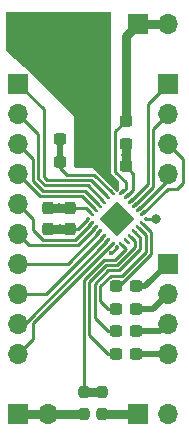
<source format=gbr>
%TF.GenerationSoftware,KiCad,Pcbnew,7.0.2*%
%TF.CreationDate,2024-12-12T08:46:51-06:00*%
%TF.ProjectId,om_ADC,6f6d5f41-4443-42e6-9b69-6361645f7063,rev?*%
%TF.SameCoordinates,Original*%
%TF.FileFunction,Copper,L1,Top*%
%TF.FilePolarity,Positive*%
%FSLAX46Y46*%
G04 Gerber Fmt 4.6, Leading zero omitted, Abs format (unit mm)*
G04 Created by KiCad (PCBNEW 7.0.2) date 2024-12-12 08:46:51*
%MOMM*%
%LPD*%
G01*
G04 APERTURE LIST*
G04 Aperture macros list*
%AMRoundRect*
0 Rectangle with rounded corners*
0 $1 Rounding radius*
0 $2 $3 $4 $5 $6 $7 $8 $9 X,Y pos of 4 corners*
0 Add a 4 corners polygon primitive as box body*
4,1,4,$2,$3,$4,$5,$6,$7,$8,$9,$2,$3,0*
0 Add four circle primitives for the rounded corners*
1,1,$1+$1,$2,$3*
1,1,$1+$1,$4,$5*
1,1,$1+$1,$6,$7*
1,1,$1+$1,$8,$9*
0 Add four rect primitives between the rounded corners*
20,1,$1+$1,$2,$3,$4,$5,0*
20,1,$1+$1,$4,$5,$6,$7,0*
20,1,$1+$1,$6,$7,$8,$9,0*
20,1,$1+$1,$8,$9,$2,$3,0*%
G04 Aperture macros list end*
%TA.AperFunction,SMDPad,CuDef*%
%ADD10RoundRect,0.237500X0.300000X0.237500X-0.300000X0.237500X-0.300000X-0.237500X0.300000X-0.237500X0*%
%TD*%
%TA.AperFunction,SMDPad,CuDef*%
%ADD11RoundRect,0.237500X-0.237500X0.300000X-0.237500X-0.300000X0.237500X-0.300000X0.237500X0.300000X0*%
%TD*%
%TA.AperFunction,ComponentPad*%
%ADD12R,1.700000X1.700000*%
%TD*%
%TA.AperFunction,ComponentPad*%
%ADD13O,1.700000X1.700000*%
%TD*%
%TA.AperFunction,SMDPad,CuDef*%
%ADD14RoundRect,0.237500X-0.300000X-0.237500X0.300000X-0.237500X0.300000X0.237500X-0.300000X0.237500X0*%
%TD*%
%TA.AperFunction,SMDPad,CuDef*%
%ADD15RoundRect,0.237500X-0.237500X0.250000X-0.237500X-0.250000X0.237500X-0.250000X0.237500X0.250000X0*%
%TD*%
%TA.AperFunction,ComponentPad*%
%ADD16C,0.500000*%
%TD*%
%TA.AperFunction,SMDPad,CuDef*%
%ADD17RoundRect,0.050000X-1.414214X0.000000X0.000000X-1.414214X1.414214X0.000000X0.000000X1.414214X0*%
%TD*%
%TA.AperFunction,SMDPad,CuDef*%
%ADD18RoundRect,0.050000X-0.226274X0.127279X0.127279X-0.226274X0.226274X-0.127279X-0.127279X0.226274X0*%
%TD*%
%TA.AperFunction,SMDPad,CuDef*%
%ADD19RoundRect,0.050000X-0.127279X-0.226274X0.226274X0.127279X0.127279X0.226274X-0.226274X-0.127279X0*%
%TD*%
%TA.AperFunction,SMDPad,CuDef*%
%ADD20RoundRect,0.050000X-0.106066X0.000000X0.000000X-0.106066X0.106066X0.000000X0.000000X0.106066X0*%
%TD*%
%TA.AperFunction,ViaPad*%
%ADD21C,0.800000*%
%TD*%
%TA.AperFunction,ViaPad*%
%ADD22C,0.400000*%
%TD*%
%TA.AperFunction,Conductor*%
%ADD23C,0.800000*%
%TD*%
%TA.AperFunction,Conductor*%
%ADD24C,0.250000*%
%TD*%
%TA.AperFunction,Conductor*%
%ADD25C,0.500000*%
%TD*%
G04 APERTURE END LIST*
D10*
%TO.P,C3,1*%
%TO.N,/VREF*%
X87857500Y-33655000D03*
%TO.P,C3,2*%
%TO.N,Earth*%
X86132500Y-33655000D03*
%TD*%
D11*
%TO.P,C2,1*%
%TO.N,+3V3*%
X81280000Y-41047500D03*
%TO.P,C2,2*%
%TO.N,Earth*%
X81280000Y-42772500D03*
%TD*%
D10*
%TO.P,C6,1*%
%TO.N,+3V3*%
X87857500Y-37465000D03*
%TO.P,C6,2*%
%TO.N,Earth*%
X86132500Y-37465000D03*
%TD*%
%TO.P,C8,1*%
%TO.N,Net-(J2-Pin_4)*%
X88746500Y-53340000D03*
%TO.P,C8,2*%
%TO.N,Net-(U1-IN1P)*%
X87021500Y-53340000D03*
%TD*%
D12*
%TO.P,J5,1,Pin_1*%
%TO.N,Earth*%
X78740000Y-25400000D03*
D13*
%TO.P,J5,2,Pin_2*%
X81280000Y-25400000D03*
%TD*%
D12*
%TO.P,J6,1,Pin_1*%
%TO.N,Earth*%
X88900000Y-58420000D03*
D13*
%TO.P,J6,2,Pin_2*%
X91440000Y-58420000D03*
%TD*%
D12*
%TO.P,J7,1,Pin_1*%
%TO.N,/VREF*%
X88900000Y-25400000D03*
D13*
%TO.P,J7,2,Pin_2*%
X91440000Y-25400000D03*
%TD*%
D10*
%TO.P,C10,1*%
%TO.N,Net-(J2-Pin_2)*%
X88746500Y-49530000D03*
%TO.P,C10,2*%
%TO.N,Net-(U1-IN2P)*%
X87021500Y-49530000D03*
%TD*%
%TO.P,C7,1*%
%TO.N,+3V3*%
X87857500Y-35560000D03*
%TO.P,C7,2*%
%TO.N,Earth*%
X86132500Y-35560000D03*
%TD*%
D11*
%TO.P,C1,1*%
%TO.N,+3V3*%
X83185000Y-41047500D03*
%TO.P,C1,2*%
%TO.N,Earth*%
X83185000Y-42772500D03*
%TD*%
D10*
%TO.P,C9,1*%
%TO.N,Net-(J2-Pin_3)*%
X88746500Y-51435000D03*
%TO.P,C9,2*%
%TO.N,Net-(U1-IN1M)*%
X87021500Y-51435000D03*
%TD*%
D14*
%TO.P,C5,1*%
%TO.N,Net-(U1-DREG)*%
X82322500Y-37084000D03*
%TO.P,C5,2*%
%TO.N,Earth*%
X84047500Y-37084000D03*
%TD*%
%TO.P,C4,1*%
%TO.N,Net-(U1-DREG)*%
X82322500Y-35179000D03*
%TO.P,C4,2*%
%TO.N,Earth*%
X84047500Y-35179000D03*
%TD*%
D12*
%TO.P,J1,1,Pin_1*%
%TO.N,Net-(J1-Pin_1)*%
X91440000Y-30480000D03*
D13*
%TO.P,J1,2,Pin_2*%
%TO.N,Net-(J1-Pin_2)*%
X91440000Y-33020000D03*
%TO.P,J1,3,Pin_3*%
%TO.N,Net-(J1-Pin_3)*%
X91440000Y-35560000D03*
%TO.P,J1,4,Pin_4*%
%TO.N,Net-(J1-Pin_4)*%
X91440000Y-38100000D03*
%TD*%
D12*
%TO.P,J2,1,Pin_1*%
%TO.N,Net-(J2-Pin_1)*%
X91440000Y-45720000D03*
D13*
%TO.P,J2,2,Pin_2*%
%TO.N,Net-(J2-Pin_2)*%
X91440000Y-48260000D03*
%TO.P,J2,3,Pin_3*%
%TO.N,Net-(J2-Pin_3)*%
X91440000Y-50800000D03*
%TO.P,J2,4,Pin_4*%
%TO.N,Net-(J2-Pin_4)*%
X91440000Y-53340000D03*
%TD*%
D15*
%TO.P,R1,1*%
%TO.N,Net-(U1-ADDR)*%
X85852000Y-56595000D03*
%TO.P,R1,2*%
%TO.N,Earth*%
X85852000Y-58420000D03*
%TD*%
D10*
%TO.P,C11,1*%
%TO.N,Net-(J2-Pin_1)*%
X88746500Y-47625000D03*
%TO.P,C11,2*%
%TO.N,Net-(U1-IN2M)*%
X87021500Y-47625000D03*
%TD*%
D16*
%TO.P,U1,0,PAD*%
%TO.N,Earth*%
X86556315Y-41344315D03*
X87687685Y-41344315D03*
X87122000Y-41910000D03*
D17*
X87122000Y-41910000D03*
D16*
X86556315Y-42475685D03*
X87687685Y-42475685D03*
D18*
%TO.P,U1,1,DREG*%
%TO.N,Net-(U1-DREG)*%
X86662381Y-39682614D03*
%TO.P,U1,2,BCLK*%
%TO.N,Net-(J3-Pin_1)*%
X86308827Y-40036167D03*
%TO.P,U1,3,FSYNC*%
%TO.N,Net-(J3-Pin_2)*%
X85955274Y-40389720D03*
%TO.P,U1,4,DOUT*%
%TO.N,Net-(J3-Pin_3)*%
X85601720Y-40743274D03*
%TO.P,U1,5,DIN*%
%TO.N,Net-(J3-Pin_4)*%
X85248167Y-41096827D03*
%TO.P,U1,6,IOVDD*%
%TO.N,+3V3*%
X84894614Y-41450381D03*
D19*
%TO.P,U1,7,SCL*%
%TO.N,Net-(J3-Pin_5)*%
X84894614Y-42369619D03*
%TO.P,U1,8,SDA*%
%TO.N,Net-(J3-Pin_6)*%
X85248167Y-42723173D03*
%TO.P,U1,9,GPIO1*%
%TO.N,Net-(J3-Pin_7)*%
X85601720Y-43076726D03*
%TO.P,U1,10,GPIO2*%
%TO.N,Net-(J3-Pin_8)*%
X85955274Y-43430280D03*
%TO.P,U1,11,GPO1*%
%TO.N,Net-(J3-Pin_9)*%
X86308827Y-43783833D03*
%TO.P,U1,12,GPI1*%
%TO.N,Net-(J3-Pin_10)*%
X86662381Y-44137386D03*
D18*
%TO.P,U1,13,ADDR*%
%TO.N,Net-(U1-ADDR)*%
X87581619Y-44137386D03*
%TO.P,U1,14,MICBIAS*%
%TO.N,unconnected-(U1-MICBIAS-Pad14)*%
X87935173Y-43783833D03*
%TO.P,U1,15,IN1P*%
%TO.N,Net-(U1-IN1P)*%
X88288726Y-43430280D03*
%TO.P,U1,16,IN1M*%
%TO.N,Net-(U1-IN1M)*%
X88642280Y-43076726D03*
%TO.P,U1,17,IN2P*%
%TO.N,Net-(U1-IN2P)*%
X88995833Y-42723173D03*
%TO.P,U1,18,IN2M*%
%TO.N,Net-(U1-IN2M)*%
X89349386Y-42369619D03*
D19*
%TO.P,U1,19,OUT1M*%
%TO.N,Net-(J1-Pin_3)*%
X89349386Y-41450381D03*
%TO.P,U1,20,OUT1P*%
%TO.N,Net-(J1-Pin_4)*%
X88995833Y-41096827D03*
%TO.P,U1,21,OUT2P*%
%TO.N,Net-(J1-Pin_2)*%
X88642280Y-40743274D03*
%TO.P,U1,22,OUT2M*%
%TO.N,Net-(J1-Pin_1)*%
X88288726Y-40389720D03*
%TO.P,U1,23,AVDD*%
%TO.N,+3V3*%
X87935173Y-40036167D03*
%TO.P,U1,24,VREF*%
%TO.N,/VREF*%
X87581619Y-39682614D03*
D20*
%TO.P,U1,A1,VSS*%
%TO.N,Earth*%
X87122000Y-39470482D03*
%TO.P,U1,A2,VSS*%
X84682482Y-41910000D03*
%TO.P,U1,A3,VSS*%
X87122000Y-44349518D03*
%TO.P,U1,A4,VSS*%
X89561518Y-41910000D03*
%TD*%
D15*
%TO.P,R2,1*%
%TO.N,Net-(U1-ADDR)*%
X84328000Y-56595000D03*
%TO.P,R2,2*%
%TO.N,+3V3*%
X84328000Y-58420000D03*
%TD*%
D12*
%TO.P,J4,1,Pin_1*%
%TO.N,+3V3*%
X78740000Y-58420000D03*
D13*
%TO.P,J4,2,Pin_2*%
X81280000Y-58420000D03*
%TD*%
D12*
%TO.P,J3,1,Pin_1*%
%TO.N,Net-(J3-Pin_1)*%
X78740000Y-30480000D03*
D13*
%TO.P,J3,2,Pin_2*%
%TO.N,Net-(J3-Pin_2)*%
X78740000Y-33020000D03*
%TO.P,J3,3,Pin_3*%
%TO.N,Net-(J3-Pin_3)*%
X78740000Y-35560000D03*
%TO.P,J3,4,Pin_4*%
%TO.N,Net-(J3-Pin_4)*%
X78740000Y-38100000D03*
%TO.P,J3,5,Pin_5*%
%TO.N,Net-(J3-Pin_5)*%
X78740000Y-40640000D03*
%TO.P,J3,6,Pin_6*%
%TO.N,Net-(J3-Pin_6)*%
X78740000Y-43180000D03*
%TO.P,J3,7,Pin_7*%
%TO.N,Net-(J3-Pin_7)*%
X78740000Y-45720000D03*
%TO.P,J3,8,Pin_8*%
%TO.N,Net-(J3-Pin_8)*%
X78740000Y-48260000D03*
%TO.P,J3,9,Pin_9*%
%TO.N,Net-(J3-Pin_9)*%
X78740000Y-50800000D03*
%TO.P,J3,10,Pin_10*%
%TO.N,Net-(J3-Pin_10)*%
X78740000Y-53340000D03*
%TD*%
D21*
%TO.N,+3V3*%
X82245200Y-41047500D03*
X87857500Y-36525200D03*
%TO.N,Earth*%
X84455000Y-28575000D03*
X84455000Y-31750000D03*
X84455000Y-25400000D03*
X82296000Y-42772500D03*
X81280000Y-28575000D03*
D22*
X86648177Y-44861500D03*
D21*
X90424000Y-41910000D03*
%TD*%
D23*
%TO.N,+3V3*%
X87857500Y-36525200D02*
X87857500Y-35560000D01*
D24*
X87935173Y-40036167D02*
X88492500Y-39478840D01*
D23*
X81280000Y-58420000D02*
X84328000Y-58420000D01*
D24*
X88492500Y-38100000D02*
X87857500Y-37465000D01*
X88492500Y-39478840D02*
X88492500Y-38100000D01*
D23*
X81280000Y-41047500D02*
X82245200Y-41047500D01*
X81280000Y-58420000D02*
X78740000Y-58420000D01*
X87857500Y-36525200D02*
X87857500Y-37465000D01*
X82245200Y-41047500D02*
X83185000Y-41047500D01*
D24*
X84894614Y-41450381D02*
X84491733Y-41047500D01*
X84491733Y-41047500D02*
X83185000Y-41047500D01*
%TO.N,Earth*%
X83819982Y-42772500D02*
X84682482Y-41910000D01*
X87122000Y-44349518D02*
X87122000Y-44387677D01*
D23*
X81280000Y-42772500D02*
X83185000Y-42772500D01*
D24*
X83185000Y-42772500D02*
X83819982Y-42772500D01*
X87122000Y-44387677D02*
X86648177Y-44861500D01*
X89561518Y-41910000D02*
X90424000Y-41910000D01*
D23*
X88900000Y-58420000D02*
X85852000Y-58420000D01*
D24*
%TO.N,/VREF*%
X86995000Y-34517500D02*
X87857500Y-33655000D01*
D23*
X87857500Y-33655000D02*
X87857500Y-26442500D01*
X88900000Y-25400000D02*
X91440000Y-25400000D01*
D24*
X87884000Y-38824495D02*
X86995000Y-37935495D01*
X87884000Y-39380233D02*
X87884000Y-38824495D01*
X87581619Y-39682614D02*
X87884000Y-39380233D01*
D23*
X87857500Y-26442500D02*
X88900000Y-25400000D01*
D24*
X86995000Y-37935495D02*
X86995000Y-34517500D01*
%TO.N,Net-(U1-DREG)*%
X82322500Y-37618500D02*
X82322500Y-37084000D01*
D25*
X82322500Y-35179000D02*
X82322500Y-37084000D01*
D24*
X86662381Y-39682614D02*
X85184767Y-38205000D01*
X85184767Y-38205000D02*
X82909000Y-38205000D01*
X82909000Y-38205000D02*
X82322500Y-37618500D01*
D25*
%TO.N,Net-(J2-Pin_1)*%
X88746500Y-47625000D02*
X89535000Y-47625000D01*
X89535000Y-47625000D02*
X91440000Y-45720000D01*
D24*
%TO.N,Net-(U1-IN1P)*%
X86373250Y-53340000D02*
X87021500Y-53340000D01*
X87148353Y-45836000D02*
X86204713Y-45836000D01*
X86204713Y-45836000D02*
X84778000Y-47262713D01*
X88646000Y-44338353D02*
X87148353Y-45836000D01*
X84778000Y-51744750D02*
X86373250Y-53340000D01*
X88288726Y-43430280D02*
X88646000Y-43787554D01*
X84778000Y-47262713D02*
X84778000Y-51744750D01*
X88646000Y-43787554D02*
X88646000Y-44338353D01*
D25*
%TO.N,Net-(J2-Pin_2)*%
X90170000Y-49530000D02*
X91440000Y-48260000D01*
X88746500Y-49530000D02*
X90170000Y-49530000D01*
D24*
%TO.N,Net-(U1-IN1M)*%
X87334749Y-46286000D02*
X86391109Y-46286000D01*
X88642280Y-43076726D02*
X89096000Y-43530446D01*
X85228000Y-47449109D02*
X85228000Y-50303000D01*
X86360000Y-51435000D02*
X87021500Y-51435000D01*
X89096000Y-43530446D02*
X89096000Y-44524749D01*
X86391109Y-46286000D02*
X85228000Y-47449109D01*
X89096000Y-44524749D02*
X87334749Y-46286000D01*
X85228000Y-50303000D02*
X86360000Y-51435000D01*
D25*
%TO.N,Net-(J2-Pin_3)*%
X90805000Y-51435000D02*
X91440000Y-50800000D01*
X88746500Y-51435000D02*
X90805000Y-51435000D01*
D24*
%TO.N,Net-(U1-IN2P)*%
X86577505Y-46736000D02*
X85678000Y-47635505D01*
X85678000Y-47635505D02*
X85678000Y-48848000D01*
X87521145Y-46736000D02*
X86577505Y-46736000D01*
X88995833Y-42723173D02*
X89546000Y-43273340D01*
X89546000Y-44711145D02*
X87521145Y-46736000D01*
X89546000Y-43273340D02*
X89546000Y-44711145D01*
X85678000Y-48848000D02*
X86360000Y-49530000D01*
X86360000Y-49530000D02*
X87021500Y-49530000D01*
D25*
%TO.N,Net-(J2-Pin_4)*%
X88746500Y-53340000D02*
X91440000Y-53340000D01*
D24*
%TO.N,Net-(U1-IN2M)*%
X89996000Y-44897541D02*
X87268541Y-47625000D01*
X89996000Y-43016233D02*
X89996000Y-44897541D01*
X89349386Y-42369619D02*
X89996000Y-43016233D01*
X87268541Y-47625000D02*
X87021500Y-47625000D01*
%TO.N,Net-(J1-Pin_1)*%
X89720000Y-38958446D02*
X89720000Y-32200000D01*
X88288726Y-40389720D02*
X89720000Y-38958446D01*
X89720000Y-32200000D02*
X91440000Y-30480000D01*
%TO.N,Net-(J1-Pin_2)*%
X90170000Y-39215554D02*
X88642280Y-40743274D01*
X91440000Y-33020000D02*
X90170000Y-34290000D01*
X90170000Y-34290000D02*
X90170000Y-39215554D01*
%TO.N,Net-(J1-Pin_3)*%
X92710000Y-38862000D02*
X92710000Y-36830000D01*
X92202000Y-39370000D02*
X92710000Y-38862000D01*
X89349386Y-41450381D02*
X91429767Y-39370000D01*
X92710000Y-36830000D02*
X91440000Y-35560000D01*
X91429767Y-39370000D02*
X92202000Y-39370000D01*
%TO.N,Net-(J1-Pin_4)*%
X91440000Y-38652660D02*
X88995833Y-41096827D01*
X91440000Y-38100000D02*
X91440000Y-38652660D01*
%TO.N,Net-(J3-Pin_1)*%
X80910000Y-38360812D02*
X80910000Y-32650000D01*
X84927660Y-38655000D02*
X81204188Y-38655000D01*
X81204188Y-38655000D02*
X80910000Y-38360812D01*
X80910000Y-32650000D02*
X78740000Y-30480000D01*
X86308827Y-40036167D02*
X84927660Y-38655000D01*
%TO.N,Net-(J3-Pin_2)*%
X85955274Y-40389720D02*
X84670554Y-39105000D01*
X84670554Y-39105000D02*
X81017792Y-39105000D01*
X80460000Y-34740000D02*
X78740000Y-33020000D01*
X81017792Y-39105000D02*
X80460000Y-38547208D01*
X80460000Y-38547208D02*
X80460000Y-34740000D01*
%TO.N,Net-(J3-Pin_3)*%
X84413446Y-39555000D02*
X80831396Y-39555000D01*
X80010000Y-36830000D02*
X78740000Y-35560000D01*
X80831396Y-39555000D02*
X80010000Y-38733604D01*
X85601720Y-40743274D02*
X84413446Y-39555000D01*
X80010000Y-38733604D02*
X80010000Y-36830000D01*
%TO.N,Net-(J3-Pin_4)*%
X80645000Y-40005000D02*
X78740000Y-38100000D01*
X85248167Y-41096827D02*
X84156340Y-40005000D01*
X84156340Y-40005000D02*
X80645000Y-40005000D01*
%TO.N,Net-(J3-Pin_5)*%
X80862505Y-43688000D02*
X80010000Y-42835495D01*
X83602495Y-43688000D02*
X80862505Y-43688000D01*
X84894614Y-42369619D02*
X84894614Y-42395881D01*
X84894614Y-42395881D02*
X83602495Y-43688000D01*
X80010000Y-42835495D02*
X80010000Y-41910000D01*
X80010000Y-41910000D02*
X78740000Y-40640000D01*
%TO.N,Net-(J3-Pin_6)*%
X79698000Y-44138000D02*
X78740000Y-43180000D01*
X83833340Y-44138000D02*
X79698000Y-44138000D01*
X85248167Y-42723173D02*
X83833340Y-44138000D01*
%TO.N,Net-(J3-Pin_7)*%
X85601720Y-43076726D02*
X82958446Y-45720000D01*
X82958446Y-45720000D02*
X78740000Y-45720000D01*
%TO.N,Net-(J3-Pin_8)*%
X81125554Y-48260000D02*
X78740000Y-48260000D01*
X85955274Y-43430280D02*
X81125554Y-48260000D01*
%TO.N,Net-(J3-Pin_9)*%
X79292660Y-50800000D02*
X78740000Y-50800000D01*
X86308827Y-43783833D02*
X79292660Y-50800000D01*
%TO.N,Net-(J3-Pin_10)*%
X86651982Y-44126987D02*
X86640934Y-44126987D01*
X86662381Y-44137386D02*
X86651982Y-44126987D01*
X80010000Y-50757921D02*
X80010000Y-52070000D01*
X80010000Y-52070000D02*
X78740000Y-53340000D01*
X86640934Y-44126987D02*
X80010000Y-50757921D01*
%TO.N,Net-(U1-ADDR)*%
X86018317Y-45386000D02*
X84328000Y-47076317D01*
D23*
X84328000Y-56595000D02*
X85852000Y-56595000D01*
D24*
X84328000Y-47076317D02*
X84328000Y-56595000D01*
X86961957Y-45386000D02*
X86018317Y-45386000D01*
X87896095Y-44451862D02*
X86961957Y-45386000D01*
X87581619Y-44137386D02*
X87896095Y-44451862D01*
%TD*%
%TA.AperFunction,Conductor*%
%TO.N,Earth*%
G36*
X86557039Y-24403685D02*
G01*
X86602794Y-24456489D01*
X86614000Y-24508000D01*
X86614000Y-38150800D01*
X87260047Y-38748992D01*
X87295864Y-38808982D01*
X87299800Y-38839977D01*
X87299800Y-39420237D01*
X87280115Y-39487276D01*
X87263481Y-39507918D01*
X87209145Y-39562254D01*
X87147822Y-39595739D01*
X87078130Y-39590755D01*
X87034322Y-39562791D01*
X86210475Y-38748991D01*
X85039200Y-37592000D01*
X85039199Y-37592000D01*
X83639200Y-37592000D01*
X83572161Y-37572315D01*
X83526406Y-37519511D01*
X83515200Y-37468000D01*
X83515200Y-33274000D01*
X80011445Y-29719466D01*
X80010000Y-29718000D01*
X80008461Y-29716631D01*
X77765619Y-27722994D01*
X77728591Y-27663743D01*
X77724000Y-27630315D01*
X77724000Y-24508000D01*
X77743685Y-24440961D01*
X77796489Y-24395206D01*
X77848000Y-24384000D01*
X86490000Y-24384000D01*
X86557039Y-24403685D01*
G37*
%TD.AperFunction*%
%TD*%
M02*

</source>
